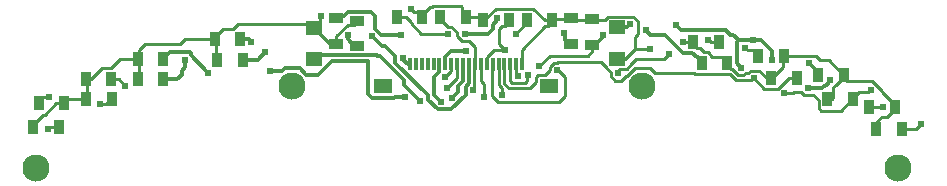
<source format=gtl>
G04*
G04 #@! TF.GenerationSoftware,Altium Limited,Altium Designer,21.3.2 (30)*
G04*
G04 Layer_Physical_Order=1*
G04 Layer_Color=255*
%FSLAX43Y43*%
%MOMM*%
G71*
G04*
G04 #@! TF.SameCoordinates,7B8A77F7-BE70-4231-B636-A4ED740270BE*
G04*
G04*
G04 #@! TF.FilePolarity,Positive*
G04*
G01*
G75*
%ADD13R,0.889X1.270*%
%ADD14R,1.270X0.889*%
%ADD15R,0.300X1.000*%
%ADD16R,1.650X1.300*%
%ADD17R,1.321X1.143*%
%ADD24C,0.305*%
%ADD25C,0.254*%
%ADD26C,2.300*%
%ADD27C,0.610*%
D13*
X71155Y-2300D02*
D03*
X68996D02*
D03*
X43536Y4400D02*
D03*
X45695D02*
D03*
X66396Y-500D02*
D03*
X64237D02*
D03*
X6236Y-2300D02*
D03*
X8396D02*
D03*
X3895Y-4600D02*
D03*
X1737D02*
D03*
X2204Y-2600D02*
D03*
X4364D02*
D03*
X73136Y-4800D02*
D03*
X75296D02*
D03*
X72536Y-2900D02*
D03*
X74696D02*
D03*
X59796Y2600D02*
D03*
X57637D02*
D03*
X39836Y4400D02*
D03*
X41995D02*
D03*
X8363Y-600D02*
D03*
X6205D02*
D03*
X68237Y-200D02*
D03*
X70396D02*
D03*
X63137Y1400D02*
D03*
X65296D02*
D03*
X58336Y800D02*
D03*
X60495D02*
D03*
X12764Y1100D02*
D03*
X10604D02*
D03*
X19496Y1000D02*
D03*
X17337D02*
D03*
X12764Y-600D02*
D03*
X10604D02*
D03*
X36204Y4700D02*
D03*
X38363D02*
D03*
X32536D02*
D03*
X34695D02*
D03*
X19295Y2800D02*
D03*
X17136D02*
D03*
D14*
X47300Y4563D02*
D03*
Y2405D02*
D03*
X49100Y4496D02*
D03*
Y2336D02*
D03*
X29200Y2204D02*
D03*
Y4364D02*
D03*
X27400Y4595D02*
D03*
Y2437D02*
D03*
D15*
X43150Y700D02*
D03*
X42650D02*
D03*
X42150D02*
D03*
X39650D02*
D03*
X39150D02*
D03*
X37650D02*
D03*
X37150D02*
D03*
X33650D02*
D03*
X34150D02*
D03*
X34650D02*
D03*
X35150D02*
D03*
X35650D02*
D03*
X36150D02*
D03*
X36650D02*
D03*
X38150D02*
D03*
X38650D02*
D03*
X40150D02*
D03*
X40650D02*
D03*
X41150D02*
D03*
X41650D02*
D03*
D16*
X31375Y-1200D02*
D03*
X45425D02*
D03*
D17*
X51200Y3800D02*
D03*
Y1133D02*
D03*
X25500Y1100D02*
D03*
Y3767D02*
D03*
D24*
X51200Y3800D02*
X52018D01*
X52318Y4100D01*
X41000Y4400D02*
Y4600D01*
X40641Y4041D02*
X41000Y4400D01*
X40224Y3241D02*
X40641Y3658D01*
X38341Y3241D02*
X40224D01*
X40641Y3658D02*
Y4041D01*
X36650Y1317D02*
X37133Y1800D01*
X36650Y700D02*
Y1317D01*
X37133Y1800D02*
X38400D01*
X54000Y3200D02*
X55204D01*
X53600Y3600D02*
X54000Y3200D01*
X55204D02*
X56769Y1635D01*
X57565D01*
X57917Y1283D01*
X58044D01*
X58400Y927D01*
Y800D02*
Y927D01*
X61300Y804D02*
Y2524D01*
Y804D02*
X61700Y404D01*
X56135Y4007D02*
X56577Y3565D01*
X60377D01*
X60742Y3200D01*
X60981D01*
X61479Y2703D01*
X61300Y2524D02*
X61479Y2703D01*
X62685D01*
X63380D01*
X46717Y3224D02*
Y3306D01*
Y3224D02*
X46817Y3124D01*
Y2697D02*
Y3124D01*
X47046Y2468D02*
X47300D01*
X46817Y2697D02*
X47046Y2468D01*
X64273Y1027D02*
X64320Y1073D01*
X63380Y2703D02*
X64320Y1763D01*
Y1073D02*
Y1763D01*
X64273Y1027D02*
X64320D01*
X67392Y-1335D02*
X68565D01*
X67347Y-1290D02*
X67392Y-1335D01*
X68565D02*
X68735Y-1165D01*
X68818D01*
X69011Y-972D01*
Y-895D02*
X69209Y-697D01*
X69011Y-972D02*
Y-895D01*
X69209Y-697D02*
Y-661D01*
X28402Y2812D02*
Y3197D01*
Y2812D02*
X28946Y2268D01*
X29200D01*
X38355Y-1945D02*
Y-1237D01*
X37740Y-1662D02*
Y-1170D01*
X37164Y-3136D02*
X38355Y-1945D01*
X38150Y-760D02*
Y700D01*
X38355Y-1237D02*
X38650Y-942D01*
Y700D01*
X37740Y-1170D02*
X38150Y-760D01*
X37251Y-2151D02*
X37740Y-1662D01*
X35987Y-3136D02*
X37164D01*
X35678Y-1930D02*
X36250Y-2501D01*
X35665Y-1767D02*
X35678Y-1780D01*
Y-1930D02*
Y-1780D01*
X35182Y-2332D02*
Y-1949D01*
Y-2332D02*
X35987Y-3136D01*
X32409Y824D02*
X35182Y-1949D01*
X35665Y-1767D02*
Y-437D01*
X36150Y48D01*
Y700D01*
X33103Y1047D02*
X33450Y700D01*
X33103Y1047D02*
Y1178D01*
X33450Y700D02*
X33650D01*
X33044Y1236D02*
X33103Y1178D01*
X31200Y3200D02*
X32900D01*
X30700Y3700D02*
X31200Y3200D01*
X30400Y3100D02*
X31293Y2207D01*
X31575D01*
X32409Y824D02*
Y1373D01*
X31575Y2207D02*
X32409Y1373D01*
X30700Y3700D02*
Y4800D01*
X30362Y5138D02*
X30700Y4800D01*
X28235Y4945D02*
X28428Y5138D01*
X30362D01*
X28035Y4735D02*
X28235Y4935D01*
Y4945D01*
X27400Y4532D02*
X27603Y4735D01*
X28035D01*
X33193Y-2107D02*
X33251Y-2049D01*
X33188Y-1088D02*
X34500Y-2400D01*
X33188Y-1088D02*
Y-637D01*
X30413Y-2180D02*
X32337D01*
X32409Y-2107D02*
X33193D01*
X32337Y-2180D02*
X32409Y-2107D01*
X30860Y1400D02*
X31151D01*
X33188Y-637D01*
X30100Y-1867D02*
X30413Y-2180D01*
X30100Y-1867D02*
Y917D01*
X27017D02*
X30100D01*
X30830Y1430D02*
X30860Y1400D01*
X25900Y-200D02*
X27017Y917D01*
X28031Y1500D02*
X28101Y1430D01*
X30830D01*
X25900Y1500D02*
X28031D01*
X25500Y1100D02*
X25900Y1500D01*
X24873Y-200D02*
X25900D01*
X24313Y360D02*
X24873Y-200D01*
X22827Y100D02*
X23087Y360D01*
X24313D01*
X21800Y100D02*
X22827D01*
X21400Y1700D02*
Y1751D01*
X14990Y1732D02*
X15100Y1621D01*
X13332Y1732D02*
X14990D01*
X12700Y1100D02*
X13332Y1732D01*
X15100Y1466D02*
Y1621D01*
Y1466D02*
X16583Y-17D01*
X14612Y446D02*
Y1059D01*
X14311Y145D02*
X14612Y446D01*
X14311Y-201D02*
Y145D01*
X19232Y2800D02*
X20000D01*
X20200Y2593D02*
Y2600D01*
X20000Y2800D02*
X20200Y2600D01*
X12700Y-600D02*
X13912D01*
X14311Y-201D01*
X20400Y1000D02*
Y1083D01*
X19432Y1000D02*
X20400D01*
X20783Y1083D02*
X21400Y1700D01*
X20400Y1083D02*
X20783D01*
D25*
X50169Y4432D02*
X50447Y4710D01*
X52663Y1951D02*
Y3020D01*
X52927Y3284D02*
Y4352D01*
X50447Y4710D02*
X52570D01*
X52927Y4352D01*
X52663Y3020D02*
X52927Y3284D01*
X41200Y3668D02*
X41424Y3892D01*
X41200Y2400D02*
Y3668D01*
X41678Y3892D02*
X41932Y4146D01*
X41424Y3892D02*
X41678D01*
X38669Y2631D02*
X39150Y2150D01*
X38088Y2631D02*
X38669D01*
X36837Y3877D02*
X37153D01*
X37620Y3409D01*
Y3099D02*
Y3409D01*
X36268Y4446D02*
X36837Y3877D01*
X37620Y3099D02*
X38088Y2631D01*
X39107Y-1132D02*
Y700D01*
X39150D02*
Y2150D01*
X49100Y4432D02*
X50169D01*
X49910Y2956D02*
Y3024D01*
X49100Y2400D02*
X49354D01*
X49910Y2956D01*
Y3024D02*
X49978Y3092D01*
Y3169D01*
X48700Y1400D02*
X49100Y1800D01*
Y2400D01*
X45500Y1400D02*
X48700D01*
X44600Y500D02*
X45500Y1400D01*
X45490Y452D02*
X45847Y810D01*
X46099D02*
X46189Y900D01*
X45044Y-245D02*
X45490Y201D01*
X45847Y810D02*
X46099D01*
X45490Y201D02*
Y452D01*
X46100Y200D02*
X46200D01*
X46189Y900D02*
X49800D01*
X46200Y200D02*
X46800Y-400D01*
X44474Y-245D02*
X45044D01*
X44295Y-424D02*
X44474Y-245D01*
X44295Y-856D02*
Y-424D01*
X46800Y-2000D02*
Y-400D01*
X49800Y900D02*
X50235Y465D01*
X46300Y-2500D02*
X46800Y-2000D01*
X41100Y-2500D02*
X46300D01*
X41431Y-1890D02*
Y-1359D01*
X41150Y-1078D02*
X41431Y-1359D01*
X41150Y-1078D02*
Y700D01*
X40600Y-2000D02*
X41100Y-2500D01*
X40600Y-2000D02*
Y69D01*
X40605Y74D02*
Y155D01*
X40650Y200D01*
X40600Y69D02*
X40605Y74D01*
X40650Y200D02*
Y700D01*
X39900Y-2100D02*
Y-1000D01*
X39650Y-750D02*
X39900Y-1000D01*
X39650Y-750D02*
Y700D01*
X41650Y-950D02*
X42032Y-1332D01*
X43819D01*
X41650Y-950D02*
Y700D01*
X42299Y-900D02*
X43419D01*
X42150Y-751D02*
X42299Y-900D01*
X43568Y-751D02*
Y-517D01*
X42150Y-751D02*
Y700D01*
X42760Y-290D02*
Y-194D01*
X43419Y-900D02*
X43568Y-751D01*
X43600Y-259D02*
X43669Y-190D01*
X43600Y-484D02*
Y-259D01*
X43568Y-517D02*
X43600Y-484D01*
X42650Y-85D02*
X42760Y-194D01*
X51553Y-710D02*
X51910Y-352D01*
X50690D02*
Y-20D01*
X51910Y-332D02*
X52031D01*
X50235Y435D02*
X50690Y-20D01*
Y-352D02*
X51048Y-710D01*
X51553D01*
X51910Y-352D02*
Y-332D01*
X51300Y-100D02*
Y100D01*
X50235Y435D02*
Y465D01*
X52031Y-332D02*
X52697Y335D01*
X51300Y100D02*
X51457Y257D01*
X51987D01*
X52393Y663D02*
Y681D01*
X52799Y1088D01*
X51987Y257D02*
X52393Y663D01*
X57726Y-100D02*
X57766Y-140D01*
X54439Y-100D02*
X57726D01*
X57766Y-140D02*
X60740D01*
X54004Y335D02*
X54439Y-100D01*
X52697Y335D02*
X54004D01*
X60740Y-140D02*
X61238Y-638D01*
X52799Y1088D02*
X55118D01*
X55585Y1555D01*
X51845Y1133D02*
X52663Y1951D01*
X53949D01*
X51200Y1133D02*
X51845D01*
X56735Y2567D02*
X56767Y2600D01*
X57700D01*
X43819Y-1332D02*
X44295Y-856D01*
X61238Y-638D02*
X62491D01*
X62669Y-460D01*
X62745D01*
X60432Y673D02*
Y1054D01*
X60813Y292D02*
X60940D01*
X61952Y-206D02*
X62058Y-100D01*
X60432Y673D02*
X60813Y292D01*
X61438Y-206D02*
X61952D01*
X62242Y-100D02*
X62492Y150D01*
X62058Y-100D02*
X62242D01*
X60940Y292D02*
X61438Y-206D01*
X58894Y2733D02*
X58901Y2725D01*
X58975D01*
X59100Y2600D01*
X59732D01*
X59086Y1457D02*
X59235Y1308D01*
X57700Y2346D02*
Y2600D01*
X57954Y2092D02*
X58208D01*
X57700Y2346D02*
X57954Y2092D01*
X58208D02*
X58560Y1740D01*
X59235Y1308D02*
X60178D01*
X58560Y1740D02*
X58907D01*
X59086Y1561D01*
Y1457D02*
Y1561D01*
X60178Y1308D02*
X60432Y1054D01*
X62040Y2043D02*
Y2055D01*
Y2043D02*
X62235Y1849D01*
X62358D01*
X62381Y1871D01*
Y1908D01*
X62819D01*
X63200Y1400D02*
Y1527D01*
X62819Y1908D02*
X63200Y1527D01*
X62492Y150D02*
X63232D01*
X63792Y-410D01*
X64210D02*
X64300Y-500D01*
X63792Y-410D02*
X64210D01*
X42600Y3273D02*
X43600Y4273D01*
X45378Y3892D02*
X45632Y4146D01*
X45124Y3892D02*
X45378D01*
X43150Y1918D02*
X45124Y3892D01*
X43150Y700D02*
Y1918D01*
X45632Y4146D02*
Y4400D01*
X41932Y4146D02*
Y4400D01*
X41200Y2400D02*
X41700Y1900D01*
X40769D02*
X41700D01*
X40150Y1281D02*
X40769Y1900D01*
X40150Y700D02*
Y1281D01*
X43600Y4273D02*
Y4400D01*
X40900Y5400D02*
X44100D01*
X39900Y4400D02*
X40900Y5400D01*
X45632Y4500D02*
X47300D01*
X39600Y4700D02*
X39900Y4400D01*
X38300Y4700D02*
X39600D01*
X44100Y5400D02*
X45100Y4400D01*
X45632D01*
X47300Y4500D02*
X47368Y4432D01*
X49100D01*
X63666Y-1440D02*
X64807D01*
X66075Y-1748D02*
X66174Y-1650D01*
X66750D01*
X64807Y-1440D02*
X65747Y-500D01*
X65361Y-1748D02*
X66075D01*
X68400Y1000D02*
X69132D01*
X70332Y-200D01*
X68000Y1400D02*
X68400Y1000D01*
X67437Y790D02*
X68300Y-73D01*
X67400Y790D02*
X67437D01*
X68300Y-200D02*
Y-73D01*
X65232Y1400D02*
X68000D01*
X64300Y-500D02*
X65232Y432D01*
Y1400D01*
X62745Y-519D02*
Y-460D01*
X65747Y-500D02*
X66332D01*
X62745Y-519D02*
X63666Y-1440D01*
X42650Y-85D02*
Y700D01*
X66750Y-1650D02*
X67000Y-1900D01*
X67800D01*
X68247Y-2347D01*
Y-3061D02*
Y-2347D01*
X68425Y-3240D02*
X70152D01*
X68247Y-3061D02*
X68425Y-3240D01*
X69734Y-1052D02*
X70332Y-454D01*
X69680Y-1052D02*
X69734D01*
X69500Y-1232D02*
X69680Y-1052D01*
X69500Y-2151D02*
Y-1232D01*
X69351Y-2300D02*
X69500Y-2151D01*
X69060Y-2300D02*
X69351D01*
X70640Y-708D02*
X72730D01*
X73645Y-1623D01*
Y-1659D02*
Y-1623D01*
Y-1659D02*
X74632Y-2646D01*
Y-3154D02*
Y-2900D01*
Y-3154D02*
Y-2646D01*
X74000Y-3786D02*
X74632Y-3154D01*
X73578Y-3786D02*
X74000D01*
X73200Y-4165D02*
X73578Y-3786D01*
X73200Y-4800D02*
Y-4165D01*
X70332Y-400D02*
X70640Y-708D01*
X70152Y-3240D02*
X71092Y-2300D01*
X71692Y-1700D01*
X72460D01*
X72660Y-1500D01*
X70332Y-400D02*
Y-200D01*
X75232Y-4800D02*
X76500D01*
X76900Y-4400D01*
X7418Y-2682D02*
X7950D01*
X72600Y-2900D02*
X73700D01*
X27400Y2500D02*
Y3057D01*
X28389Y4046D01*
X28946D02*
X29200Y4300D01*
X28389Y4046D02*
X28946D01*
X36268Y4446D02*
Y4700D01*
X38990Y-1500D02*
X39044Y-1446D01*
Y-1195D01*
X39107Y-1132D01*
X34618Y3267D02*
X36900D01*
X33712Y4173D02*
X34618Y3267D01*
X33300Y4700D02*
X33712Y4288D01*
Y4173D02*
Y4288D01*
X32600Y4700D02*
X33300D01*
X38046Y4954D02*
Y5554D01*
X37960Y5640D02*
X38046Y5554D01*
Y4954D02*
X38300Y4700D01*
X35305Y5500D02*
X35494D01*
X35634Y5640D01*
X37960D01*
X34632Y4827D02*
X35305Y5500D01*
X34632Y4700D02*
Y4827D01*
X33700Y5400D02*
X34019Y5081D01*
X34251D01*
X34632Y4700D01*
X26033Y4733D02*
X26100Y4800D01*
X25589Y3767D02*
X26033Y4212D01*
Y4733D01*
X25500Y3767D02*
X25589D01*
X37650Y-450D02*
Y700D01*
X36800Y-1300D02*
X37650Y-450D01*
X36590Y-410D02*
X36621D01*
X37150Y119D02*
Y700D01*
X36621Y-410D02*
X37150Y119D01*
X26767Y2500D02*
X27400D01*
X25500Y3767D02*
X26767Y2500D01*
X25167Y4100D02*
X25500Y3767D01*
X19085Y4100D02*
X25167D01*
X17800Y3654D02*
X18639D01*
X19085Y4100D01*
X17200Y3054D02*
X17800Y3654D01*
X17200Y2800D02*
Y3054D01*
Y1200D02*
X17400Y1000D01*
X17200Y1200D02*
Y2800D01*
X14600D02*
X17200D01*
X14200Y2400D02*
X14600Y2800D01*
X11200Y2400D02*
X14200D01*
X10668Y1868D02*
X11200Y2400D01*
X10668Y1100D02*
Y1868D01*
X8979Y-600D02*
X9500Y-1121D01*
X8300Y-600D02*
X8979D01*
X3025Y-4800D02*
X3225Y-4600D01*
X3832D01*
X2994Y-4800D02*
X3025D01*
X7950Y-2682D02*
X8332Y-2300D01*
X2268Y-2600D02*
Y-2354D01*
X2522Y-2100D01*
X3106D01*
X1800Y-4346D02*
X2542Y-3604D01*
X1800Y-4600D02*
Y-4346D01*
X2542Y-3604D02*
X2711D01*
X3715Y-2600D01*
X4300D01*
X4600Y-2300D01*
X6300D01*
X6268Y-2268D02*
X6300Y-2300D01*
X6268Y-2268D02*
Y-600D01*
X6649D01*
X7589Y340D01*
X8340D01*
X9100Y1100D01*
X10668D01*
Y-600D02*
Y1100D01*
D26*
X23700Y-1120D02*
D03*
X53300D02*
D03*
X2000Y-8100D02*
D03*
X75000D02*
D03*
D27*
X52318Y4100D02*
D03*
X41000Y4600D02*
D03*
X38341Y3241D02*
D03*
X38400Y1800D02*
D03*
X49978Y3169D02*
D03*
X44600Y500D02*
D03*
X46100Y200D02*
D03*
X41431Y-1890D02*
D03*
X39900Y-2100D02*
D03*
X43669Y-190D02*
D03*
X42760Y-290D02*
D03*
X51300Y-100D02*
D03*
X55585Y1555D02*
D03*
X53949Y1951D02*
D03*
X56735Y2567D02*
D03*
X61700Y404D02*
D03*
X53600Y3600D02*
D03*
X58894Y2733D02*
D03*
X56135Y4007D02*
D03*
X62040Y2055D02*
D03*
X42600Y3273D02*
D03*
X41700Y1900D02*
D03*
X46717Y3306D02*
D03*
X65361Y-1748D02*
D03*
X67400Y790D02*
D03*
X62685Y2703D02*
D03*
X64320Y1027D02*
D03*
X62745Y-460D02*
D03*
X67347Y-1290D02*
D03*
X72660Y-1500D02*
D03*
X69209Y-661D02*
D03*
X76900Y-4400D02*
D03*
X7418Y-2682D02*
D03*
X73700Y-2900D02*
D03*
X28402Y3197D02*
D03*
X38990Y-1500D02*
D03*
X36900Y3267D02*
D03*
X33700Y5400D02*
D03*
X26100Y4800D02*
D03*
X37251Y-2151D02*
D03*
X36250Y-2501D02*
D03*
X36800Y-1300D02*
D03*
X36590Y-410D02*
D03*
X33044Y1236D02*
D03*
X32900Y3200D02*
D03*
X30400Y3100D02*
D03*
X34500Y-2400D02*
D03*
X33251Y-2049D02*
D03*
X21800Y100D02*
D03*
X21400Y1751D02*
D03*
X14612Y1059D02*
D03*
X16583Y-17D02*
D03*
X9500Y-1121D02*
D03*
X2994Y-4800D02*
D03*
X20200Y2593D02*
D03*
X3106Y-2100D02*
D03*
M02*

</source>
